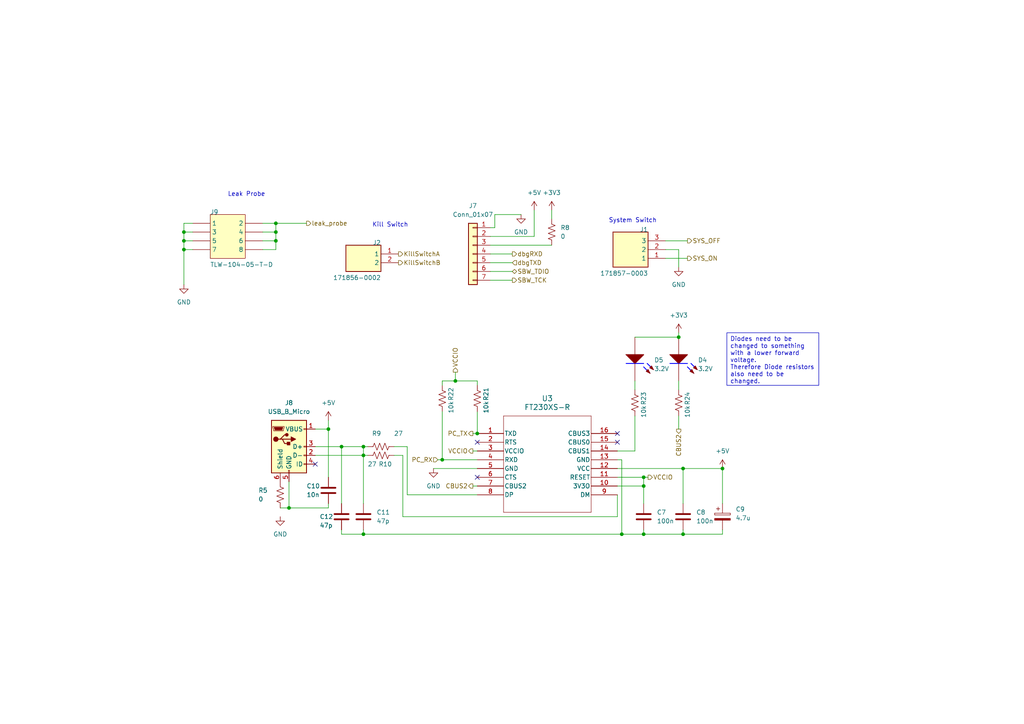
<source format=kicad_sch>
(kicad_sch (version 20230121) (generator eeschema)
  (paper "A4")
  (lib_symbols
    (symbol "Connector:USB_B_Micro" (pin_names (offset 1.016))
      (property "Reference" "J" (at -5.08 11.43 0))
      (property "Value" "USB_B_Micro" (at -5.08 8.89 0))
      (symbol "USB_B_Micro_0_1"
        (rectangle (start -5.08 -7.62) (end 5.08 7.62) (stroke (width 0.254)) (fill (type background)))
        (circle (center -3.81 2.159) (radius 0.635) (stroke (width 0.254)) (fill (type outline)))
        (circle (center -0.635 3.429) (radius 0.381) (stroke (width 0.254)) (fill (type outline)))
        (rectangle (start -0.127 -7.62) (end 0.127 -6.858))
        (polyline (pts (xy -1.905 2.159) (xy 0.635 2.159)) (stroke (width 0.254)))
        (polyline (pts (xy -3.175 2.159) (xy -2.54 2.159) (xy -1.27 3.429) (xy -0.635 3.429)) (stroke (width 0.254)))
        (polyline (pts (xy -2.54 2.159) (xy -1.905 2.159) (xy -1.27 0.889) (xy 0 0.889)) (stroke (width 0.254)))
        (polyline (pts (xy 0.635 2.794) (xy 0.635 1.524) (xy 1.905 2.159) (xy 0.635 2.794)) (stroke (width 0.254)) (fill (type outline)))
        (polyline (pts (xy -4.318 5.588) (xy -1.778 5.588) (xy -2.032 4.826) (xy -4.064 4.826) (xy -4.318 5.588)) (fill (type outline)))
        (polyline (pts (xy -4.699 5.842) (xy -4.699 5.588) (xy -4.445 4.826) (xy -4.445 4.572) (xy -1.651 4.572) (xy -1.651 4.826) (xy -1.397 5.588) (xy -1.397 5.842) (xy -4.699 5.842)))
        (rectangle (start 0.254 1.27) (end -0.508 0.508) (stroke (width 0.254)) (fill (type outline)))
        (rectangle (start 5.08 -5.207) (end 4.318 -4.953))
        (rectangle (start 5.08 -2.667) (end 4.318 -2.413))
        (rectangle (start 5.08 -0.127) (end 4.318 0.127))
        (rectangle (start 5.08 4.953) (end 4.318 5.207))
      )
      (symbol "USB_B_Micro_1_1"
        (pin power_out line (at 7.62 5.08 180) (length 2.54) (name "VBUS") (number "1"))
        (pin bidirectional line (at 7.62 -2.54 180) (length 2.54) (name "D-") (number "2"))
        (pin bidirectional line (at 7.62 0 180) (length 2.54) (name "D+") (number "3"))
        (pin passive line (at 7.62 -5.08 180) (length 2.54) (name "ID") (number "4"))
        (pin power_out line (at 0 -10.16 90) (length 2.54) (name "GND") (number "5"))
        (pin passive line (at -2.54 -10.16 90) (length 2.54) (name "Shield") (number "6"))
      )
    )
    (symbol "Connector_Generic:Conn_01x07" (pin_names (offset 1.016) hide)
      (property "Reference" "J" (at 0 10.16 0))
      (property "Value" "Conn_01x07" (at 0 -10.16 0))
      (symbol "Conn_01x07_1_1"
        (rectangle (start -1.27 -7.493) (end 0 -7.747) (stroke (width 0.1524)))
        (rectangle (start -1.27 -4.953) (end 0 -5.207) (stroke (width 0.1524)))
        (rectangle (start -1.27 -2.413) (end 0 -2.667) (stroke (width 0.1524)))
        (rectangle (start -1.27 0.127) (end 0 -0.127) (stroke (width 0.1524)))
        (rectangle (start -1.27 2.667) (end 0 2.413) (stroke (width 0.1524)))
        (rectangle (start -1.27 5.207) (end 0 4.953) (stroke (width 0.1524)))
        (rectangle (start -1.27 7.747) (end 0 7.493) (stroke (width 0.1524)))
        (rectangle (start -1.27 8.89) (end 1.27 -8.89) (stroke (width 0.254)) (fill (type background)))
        (pin passive line (at -5.08 7.62 0) (length 3.81) (name "Pin_1") (number "1"))
        (pin passive line (at -5.08 5.08 0) (length 3.81) (name "Pin_2") (number "2"))
        (pin passive line (at -5.08 2.54 0) (length 3.81) (name "Pin_3") (number "3"))
        (pin passive line (at -5.08 0 0) (length 3.81) (name "Pin_4") (number "4"))
        (pin passive line (at -5.08 -2.54 0) (length 3.81) (name "Pin_5") (number "5"))
        (pin passive line (at -5.08 -5.08 0) (length 3.81) (name "Pin_6") (number "6"))
        (pin passive line (at -5.08 -7.62 0) (length 3.81) (name "Pin_7") (number "7"))
      )
    )
    (symbol "Device:C" (pin_numbers hide) (pin_names (offset 0.254))
      (property "Reference" "C" (at 0.635 2.54 0))
      (property "Value" "C" (at 0.635 -2.54 0))
      (symbol "C_0_1"
        (polyline (pts (xy -2.032 -0.762) (xy 2.032 -0.762)) (stroke (width 0.508)))
        (polyline (pts (xy -2.032 0.762) (xy 2.032 0.762)) (stroke (width 0.508)))
      )
      (symbol "C_1_1"
        (pin passive line (at 0 3.81 270) (length 2.794) (name "~") (number "1"))
        (pin passive line (at 0 -3.81 90) (length 2.794) (name "~") (number "2"))
      )
    )
    (symbol "Device:C_Polarized" (pin_numbers hide) (pin_names (offset 0.254))
      (property "Reference" "C" (at 0.635 2.54 0))
      (property "Value" "C_Polarized" (at 0.635 -2.54 0))
      (symbol "C_Polarized_0_1"
        (rectangle (start -2.286 0.508) (end 2.286 1.016))
        (polyline (pts (xy -1.778 2.286) (xy -0.762 2.286)))
        (polyline (pts (xy -1.27 2.794) (xy -1.27 1.778)))
        (rectangle (start 2.286 -0.508) (end -2.286 -1.016) (fill (type outline)))
      )
      (symbol "C_Polarized_1_1"
        (pin passive line (at 0 3.81 270) (length 2.794) (name "~") (number "1"))
        (pin passive line (at 0 -3.81 90) (length 2.794) (name "~") (number "2"))
      )
    )
    (symbol "Device:R_US" (pin_numbers hide) (pin_names (offset 0))
      (property "Reference" "R" (at 2.54 0 90))
      (property "Value" "R_US" (at -2.54 0 90))
      (symbol "R_US_0_1"
        (polyline (pts (xy 0 -2.286) (xy 0 -2.54)))
        (polyline (pts (xy 0 2.286) (xy 0 2.54)))
        (polyline (pts (xy 0 -0.762) (xy 1.016 -1.143) (xy 0 -1.524) (xy -1.016 -1.905) (xy 0 -2.286)))
        (polyline (pts (xy 0 0.762) (xy 1.016 0.381) (xy 0 0) (xy -1.016 -0.381) (xy 0 -0.762)))
        (polyline (pts (xy 0 2.286) (xy 1.016 1.905) (xy 0 1.524) (xy -1.016 1.143) (xy 0 0.762)))
      )
      (symbol "R_US_1_1"
        (pin passive line (at 0 3.81 270) (length 1.27) (name "~") (number "1"))
        (pin passive line (at 0 -3.81 90) (length 1.27) (name "~") (number "2"))
      )
    )
    (symbol "MEB-altium-import:leak_sensor_0_Header 4X2"
      (symbol "leak_sensor_0_Header 4X2_1_0"
        (rectangle (start 10.16 0) (end 0 -12.7) (fill (type background)))
        (pin passive line (at -5.08 -2.54 0) (length 5.08) (name "1") (number "1"))
        (pin passive line (at 15.24 -2.54 180) (length 5.08) (name "2") (number "2"))
        (pin passive line (at -5.08 -5.08 0) (length 5.08) (name "3") (number "3"))
        (pin passive line (at 15.24 -5.08 180) (length 5.08) (name "4") (number "4"))
        (pin passive line (at -5.08 -7.62 0) (length 5.08) (name "5") (number "5"))
        (pin passive line (at 15.24 -7.62 180) (length 5.08) (name "6") (number "6"))
        (pin passive line (at -5.08 -10.16 0) (length 5.08) (name "7") (number "7"))
        (pin passive line (at 15.24 -10.16 180) (length 5.08) (name "8") (number "8"))
      )
    )
    (symbol "MEB-altium-import:root_3_WE-LED_K1A2-2"
      (symbol "root_3_WE-LED_K1A2-2_1_0"
        (polyline (pts (xy 2.54 -3.556) (xy 4.318 -5.334)) (stroke (width 0.254) (color 0 0 255 1)))
        (polyline (pts (xy 2.54 -2.54) (xy -2.54 -2.54)) (stroke (width 0.254) (color 0 0 255 1)))
        (polyline (pts (xy 3.556 -2.54) (xy 5.334 -4.318)) (stroke (width 0.254) (color 0 0 255 1)))
        (polyline (pts (xy -2.54 0) (xy 0 -2.54) (xy 2.54 0) (xy -2.54 0)) (stroke (width 0.254)) (fill (type outline)))
        (polyline (pts (xy 4.318 -5.334) (xy 3.81 -4.318) (xy 3.302 -4.826) (xy 4.318 -5.334)) (stroke (width 0.254)) (fill (type outline)))
        (polyline (pts (xy 5.334 -4.318) (xy 4.826 -3.302) (xy 4.318 -3.81) (xy 5.334 -4.318)) (stroke (width 0.254)) (fill (type outline)))
        (pin passive line (at 0 -7.62 90) (length 5.08) (name "K") (number "1"))
        (pin passive line (at 0 5.08 270) (length 5.08) (name "A") (number "2"))
      )
    )
    (symbol "MEB-altium-import:system_SSR_control_0_171856-0002"
      (symbol "system_SSR_control_0_171856-0002_1_0"
        (rectangle (start 15.24 2.54) (end 5.08 -5.08) (stroke (width 0.254)) (fill (type background)))
        (pin passive line (at 0 0 0) (length 5.08) (name "1") (number "1"))
        (pin passive line (at 0 -2.54 0) (length 5.08) (name "2") (number "2"))
      )
    )
    (symbol "MEB-altium-import:system_SSR_control_0_171857-0003"
      (symbol "system_SSR_control_0_171857-0003_1_0"
        (rectangle (start 15.24 2.54) (end 5.08 -7.62) (stroke (width 0.254)) (fill (type background)))
        (pin passive line (at 0 -5.08 0) (length 5.08) (name "1") (number "1"))
        (pin passive line (at 0 -2.54 0) (length 5.08) (name "2") (number "2"))
        (pin passive line (at 0 0 0) (length 5.08) (name "3") (number "3"))
      )
    )
    (symbol "SWLib:FT230XS-R" (pin_names (offset 0.254))
      (property "Reference" "U" (at 20.32 10.16 0))
      (property "Value" "FT230XS-R" (at 20.32 7.62 0))
      (symbol "FT230XS-R_0_1"
        (polyline (pts (xy 7.62 -22.86) (xy 33.02 -22.86)) (stroke (width 0.127)))
        (polyline (pts (xy 7.62 5.08) (xy 7.62 -22.86)) (stroke (width 0.127)))
        (polyline (pts (xy 33.02 -22.86) (xy 33.02 5.08)) (stroke (width 0.127)))
        (polyline (pts (xy 33.02 5.08) (xy 7.62 5.08)) (stroke (width 0.127)))
      )
      (symbol "FT230XS-R_1_1"
        (pin unspecified line (at 0 0 0) (length 7.62) (name "TXD") (number "1"))
        (pin output line (at 40.64 -15.24 180) (length 7.62) (name "3V3O") (number "10"))
        (pin unspecified line (at 40.64 -12.7 180) (length 7.62) (name "RESET") (number "11"))
        (pin power_in line (at 40.64 -10.16 180) (length 7.62) (name "VCC") (number "12"))
        (pin power_out line (at 40.64 -7.62 180) (length 7.62) (name "GND") (number "13"))
        (pin bidirectional line (at 40.64 -5.08 180) (length 7.62) (name "CBUS1") (number "14"))
        (pin bidirectional line (at 40.64 -2.54 180) (length 7.62) (name "CBUS0") (number "15"))
        (pin bidirectional line (at 40.64 0 180) (length 7.62) (name "CBUS3") (number "16"))
        (pin unspecified line (at 0 -2.54 0) (length 7.62) (name "RTS") (number "2"))
        (pin power_in line (at 0 -5.08 0) (length 7.62) (name "VCCIO") (number "3"))
        (pin unspecified line (at 0 -7.62 0) (length 7.62) (name "RXD") (number "4"))
        (pin power_out line (at 0 -10.16 0) (length 7.62) (name "GND") (number "5"))
        (pin unspecified line (at 0 -12.7 0) (length 7.62) (name "CTS") (number "6"))
        (pin bidirectional line (at 0 -15.24 0) (length 7.62) (name "CBUS2") (number "7"))
        (pin unspecified line (at 0 -17.78 0) (length 7.62) (name "DP") (number "8"))
        (pin unspecified line (at 40.64 -17.78 180) (length 7.62) (name "DM") (number "9"))
      )
    )
    (symbol "power:+3V3" (power) (pin_names (offset 0))
      (property "Value" "+3V3" (at 0 3.556 0))
      (symbol "+3V3_0_1"
        (polyline (pts (xy -0.762 1.27) (xy 0 2.54)))
        (polyline (pts (xy 0 0) (xy 0 2.54)))
        (polyline (pts (xy 0 2.54) (xy 0.762 1.27)))
      )
      (symbol "+3V3_1_1"
        (pin power_in line (at 0 0 90) (length 0) hide (name "+3V3") (number "1"))
      )
    )
    (symbol "power:+5V" (power) (pin_names (offset 0))
      (property "Value" "+5V" (at 0 3.556 0))
      (symbol "+5V_0_1"
        (polyline (pts (xy -0.762 1.27) (xy 0 2.54)))
        (polyline (pts (xy 0 0) (xy 0 2.54)))
        (polyline (pts (xy 0 2.54) (xy 0.762 1.27)))
      )
      (symbol "+5V_1_1"
        (pin power_in line (at 0 0 90) (length 0) hide (name "+5V") (number "1"))
      )
    )
    (symbol "power:GND" (power) (pin_names (offset 0))
      (property "Value" "GND" (at 0 -3.81 0))
      (symbol "GND_0_1"
        (polyline (pts (xy 0 0) (xy 0 -1.27) (xy 1.27 -1.27) (xy 0 -2.54) (xy -1.27 -1.27) (xy 0 -1.27)))
      )
      (symbol "GND_1_1"
        (pin power_in line (at 0 0 270) (length 0) hide (name "GND") (number "1"))
      )
    )
  )
  (junction (at 186.69 154.94))
  (junction (at 138.43 125.73))
  (junction (at 105.41 129.54))
  (junction (at 196.85 97.79))
  (junction (at 80.01 69.85))
  (junction (at 180.34 154.94))
  (junction (at 53.34 69.85))
  (junction (at 186.69 140.97))
  (junction (at 132.08 110.49))
  (junction (at 105.41 154.94))
  (junction (at 198.12 154.94))
  (junction (at 80.01 64.77))
  (junction (at 99.06 129.54))
  (junction (at 95.25 124.46))
  (junction (at 186.69 138.43))
  (junction (at 53.34 72.39))
  (junction (at 209.55 135.89))
  (junction (at 128.27 133.35))
  (junction (at 83.82 147.32))
  (junction (at 105.41 132.08))
  (junction (at 198.12 135.89))
  (junction (at 80.01 67.31))
  (junction (at 53.34 67.31))
  (no_connect (at 179.07 125.73))
  (no_connect (at 179.07 128.27))
  (no_connect (at 138.43 128.27))
  (no_connect (at 91.44 134.62))
  (no_connect (at 138.43 138.43))
  (wire (pts (xy 196.85 77.47) (xy 196.85 72.39)))
  (wire (pts (xy 105.41 129.54) (xy 99.06 129.54)))
  (wire (pts (xy 53.34 69.85) (xy 55.88 69.85)))
  (wire (pts (xy 142.24 78.74) (xy 148.59 78.74)))
  (wire (pts (xy 114.3 132.08) (xy 116.84 132.08)))
  (wire (pts (xy 53.34 72.39) (xy 53.34 82.55)))
  (wire (pts (xy 186.69 138.43) (xy 179.07 138.43)))
  (wire (pts (xy 80.01 64.77) (xy 88.9 64.77)))
  (wire (pts (xy 142.24 73.66) (xy 148.59 73.66)))
  (wire (pts (xy 209.55 153.67) (xy 209.55 154.94)))
  (wire (pts (xy 53.34 69.85) (xy 53.34 72.39)))
  (wire (pts (xy 83.82 139.7) (xy 83.82 147.32)))
  (wire (pts (xy 142.24 71.12) (xy 160.02 71.12)))
  (wire (pts (xy 138.43 110.49) (xy 138.43 111.76)))
  (wire (pts (xy 99.06 129.54) (xy 91.44 129.54)))
  (wire (pts (xy 196.85 72.39) (xy 193.04 72.39)))
  (wire (pts (xy 186.69 154.94) (xy 198.12 154.94)))
  (wire (pts (xy 180.34 154.94) (xy 186.69 154.94)))
  (wire (pts (xy 80.01 69.85) (xy 76.2 69.85)))
  (wire (pts (xy 142.24 81.28) (xy 148.59 81.28)))
  (wire (pts (xy 209.55 135.89) (xy 198.12 135.89)))
  (wire (pts (xy 105.41 132.08) (xy 91.44 132.08)))
  (wire (pts (xy 180.34 133.35) (xy 179.07 133.35)))
  (wire (pts (xy 80.01 72.39) (xy 80.01 69.85)))
  (wire (pts (xy 95.25 121.92) (xy 95.25 124.46)))
  (wire (pts (xy 99.06 146.05) (xy 99.06 129.54)))
  (wire (pts (xy 83.82 147.32) (xy 95.25 147.32)))
  (wire (pts (xy 186.69 153.67) (xy 186.69 154.94)))
  (wire (pts (xy 132.08 107.95) (xy 132.08 110.49)))
  (wire (pts (xy 180.34 133.35) (xy 180.34 154.94)))
  (wire (pts (xy 184.15 120.65) (xy 184.15 130.81)))
  (wire (pts (xy 53.34 67.31) (xy 55.88 67.31)))
  (wire (pts (xy 196.85 124.46) (xy 196.85 120.65)))
  (wire (pts (xy 198.12 135.89) (xy 198.12 146.05)))
  (wire (pts (xy 91.44 124.46) (xy 95.25 124.46)))
  (wire (pts (xy 116.84 132.08) (xy 116.84 149.86)))
  (wire (pts (xy 142.24 68.58) (xy 154.94 68.58)))
  (wire (pts (xy 209.55 146.05) (xy 209.55 135.89)))
  (wire (pts (xy 179.07 135.89) (xy 198.12 135.89)))
  (wire (pts (xy 196.85 110.49) (xy 196.85 113.03)))
  (wire (pts (xy 138.43 119.38) (xy 138.43 125.73)))
  (wire (pts (xy 80.01 69.85) (xy 80.01 67.31)))
  (wire (pts (xy 53.34 64.77) (xy 53.34 67.31)))
  (wire (pts (xy 128.27 133.35) (xy 138.43 133.35)))
  (wire (pts (xy 80.01 67.31) (xy 80.01 64.77)))
  (wire (pts (xy 53.34 64.77) (xy 55.88 64.77)))
  (wire (pts (xy 193.04 69.85) (xy 199.39 69.85)))
  (wire (pts (xy 125.73 135.89) (xy 138.43 135.89)))
  (wire (pts (xy 105.41 153.67) (xy 105.41 154.94)))
  (wire (pts (xy 116.84 149.86) (xy 179.07 149.86)))
  (wire (pts (xy 198.12 153.67) (xy 198.12 154.94)))
  (wire (pts (xy 143.51 62.23) (xy 151.13 62.23)))
  (wire (pts (xy 118.11 143.51) (xy 118.11 129.54)))
  (wire (pts (xy 105.41 154.94) (xy 180.34 154.94)))
  (wire (pts (xy 53.34 72.39) (xy 55.88 72.39)))
  (wire (pts (xy 106.68 129.54) (xy 105.41 129.54)))
  (wire (pts (xy 184.15 97.79) (xy 196.85 97.79)))
  (wire (pts (xy 179.07 149.86) (xy 179.07 143.51)))
  (wire (pts (xy 184.15 130.81) (xy 179.07 130.81)))
  (wire (pts (xy 127 133.35) (xy 128.27 133.35)))
  (wire (pts (xy 118.11 129.54) (xy 114.3 129.54)))
  (wire (pts (xy 81.28 147.32) (xy 83.82 147.32)))
  (wire (pts (xy 128.27 110.49) (xy 128.27 111.76)))
  (wire (pts (xy 160.02 60.96) (xy 160.02 63.5)))
  (wire (pts (xy 137.16 140.97) (xy 138.43 140.97)))
  (wire (pts (xy 137.16 130.81) (xy 138.43 130.81)))
  (wire (pts (xy 186.69 138.43) (xy 187.96 138.43)))
  (wire (pts (xy 105.41 129.54) (xy 105.41 132.08)))
  (wire (pts (xy 105.41 146.05) (xy 105.41 132.08)))
  (wire (pts (xy 53.34 67.31) (xy 53.34 69.85)))
  (wire (pts (xy 184.15 110.49) (xy 184.15 113.03)))
  (wire (pts (xy 95.25 124.46) (xy 95.25 138.43)))
  (wire (pts (xy 142.24 76.2) (xy 148.59 76.2)))
  (wire (pts (xy 128.27 110.49) (xy 132.08 110.49)))
  (wire (pts (xy 179.07 140.97) (xy 186.69 140.97)))
  (wire (pts (xy 106.68 132.08) (xy 105.41 132.08)))
  (wire (pts (xy 80.01 64.77) (xy 76.2 64.77)))
  (wire (pts (xy 143.51 66.04) (xy 142.24 66.04)))
  (wire (pts (xy 138.43 110.49) (xy 132.08 110.49)))
  (wire (pts (xy 99.06 154.94) (xy 105.41 154.94)))
  (wire (pts (xy 138.43 143.51) (xy 118.11 143.51)))
  (wire (pts (xy 196.85 96.52) (xy 196.85 97.79)))
  (wire (pts (xy 143.51 62.23) (xy 143.51 66.04)))
  (wire (pts (xy 95.25 146.05) (xy 95.25 147.32)))
  (wire (pts (xy 99.06 154.94) (xy 99.06 153.67)))
  (wire (pts (xy 186.69 140.97) (xy 186.69 146.05)))
  (wire (pts (xy 193.04 74.93) (xy 199.39 74.93)))
  (wire (pts (xy 128.27 119.38) (xy 128.27 133.35)))
  (wire (pts (xy 80.01 67.31) (xy 76.2 67.31)))
  (wire (pts (xy 137.16 125.73) (xy 138.43 125.73)))
  (wire (pts (xy 80.01 72.39) (xy 76.2 72.39)))
  (wire (pts (xy 186.69 140.97) (xy 186.69 138.43)))
  (wire (pts (xy 198.12 154.94) (xy 209.55 154.94)))
  (wire (pts (xy 154.94 60.96) (xy 154.94 68.58)))
  (text_box "Diodes need to be changed to something with a lower forward voltage.\nTherefore Diode resistors also need to be changed.\n" (at 210.82 96.52 0) (size 26.67 15.24) (effects (font (size 1.27 1.27)) (justify left top)))
  (text "Kill Switch" (at 107.95 66.04 0) (effects (font (size 1.27 1.27)) (justify left bottom)))
  (text "Leak Probe" (at 66.04 57.15 0) (effects (font (size 1.27 1.27)) (justify left bottom)))
  (text "System Switch" (at 176.53 64.77 0) (effects (font (size 1.27 1.27)) (justify left bottom)))
  (hierarchical_label "SBW_TCK" (shape output) (at 148.59 81.28 0))
  (hierarchical_label "SYS_ON" (shape output) (at 199.39 74.93 0))
  (hierarchical_label "KillSwitchB" (shape output) (at 115.57 76.2 0))
  (hierarchical_label "CBUS2" (shape output) (at 137.16 140.97 180))
  (hierarchical_label "VCCIO" (shape output) (at 187.96 138.43 0))
  (hierarchical_label "PC_RX" (shape input) (at 127 133.35 180))
  (hierarchical_label "leak_probe" (shape output) (at 88.9 64.77 0))
  (hierarchical_label "CBUS2" (shape output) (at 196.85 124.46 270))
  (hierarchical_label "dbgTXD" (shape input) (at 148.59 76.2 0))
  (hierarchical_label "SBW_TDIO" (shape bidirectional) (at 148.59 78.74 0))
  (hierarchical_label "SYS_OFF" (shape output) (at 199.39 69.85 0))
  (hierarchical_label "VCCIO" (shape output) (at 132.08 107.95 90))
  (hierarchical_label "dbgRXD" (shape output) (at 148.59 73.66 0))
  (hierarchical_label "PC_TX" (shape output) (at 137.16 125.73 180))
  (hierarchical_label "VCCIO" (shape output) (at 137.16 130.81 180))
  (hierarchical_label "KillSwitchA" (shape output) (at 115.57 73.66 0))
  (symbol (lib_id "power:GND") (at 125.73 135.89 0) (unit 1)
    (property "Reference" "#PWR02" (effects hide))
    (property "Value" "GND" (at 125.73 140.97 0))
  )
  (symbol (lib_id "SWLib:FT230XS-R") (at 138.43 125.73 0) (unit 1)
    (property "Reference" "U3" (at 158.75 115.57 0) (effects (font (size 1.524 1.524))))
    (property "Value" "FT230XS-R" (at 158.75 118.11 0) (effects (font (size 1.524 1.524))))
    (property "Footprint" "SWLib:SOIC_30XS-R_FTD" (effects hide))
    (property "Datasheet" "FT230XS-R" (effects hide))
  )
  (symbol (lib_id "power:+3V3") (at 196.85 96.52 0) (unit 1)
    (property "Reference" "#PWR025" (effects hide))
    (property "Value" "+3V3" (at 196.85 91.44 0))
  )
  (symbol (lib_id "MEB-altium-import:leak_sensor_0_Header 4X2") (at 60.96 62.23 0) (unit 1)
    (property "Reference" "J9" (at 60.96 62.23 0) (effects (justify left bottom)))
    (property "Value" "TLW-104-05-T-D" (at 60.96 77.47 0) (effects (justify left bottom)))
    (property "Footprint" "AltiumImport:HDR2X4" (effects hide))
    (property "Part Number" "TLW-104-05-T-D" (effects hide))
  )
  (symbol (lib_id "Device:C_Polarized") (at 209.55 149.86 0) (unit 1)
    (property "Reference" "C9" (at 213.36 147.701 0) (effects (justify left)))
    (property "Value" "4.7u" (at 213.36 150.241 0) (effects (justify left)))
  )
  (symbol (lib_id "MEB-altium-import:root_3_WE-LED_K1A2-2") (at 184.15 102.87 0) (unit 1)
    (property "Reference" "D5" (at 189.738 105.156 0) (effects (justify left bottom)))
    (property "Value" "3.2V" (at 189.738 107.696 0) (effects (justify left bottom)))
    (property "Footprint" "AltiumImport:0805_A" (effects hide))
    (property "Part Number" "150080BS75000" (effects hide))
  )
  (symbol (lib_id "power:+5V") (at 95.25 121.92 0) (unit 1)
    (property "Reference" "#PWR024" (effects hide))
    (property "Value" "+5V" (at 95.25 116.84 0))
  )
  (symbol (lib_id "Device:C") (at 95.25 142.24 0) (unit 1)
    (property "Reference" "C10" (at 88.9 140.97 0) (effects (justify left)))
    (property "Value" "10n" (at 88.9 143.51 0) (effects (justify left)))
  )
  (symbol (lib_id "power:+3V3") (at 160.02 60.96 0) (unit 1)
    (property "Reference" "#PWR014" (effects hide))
    (property "Value" "+3V3" (at 160.02 55.88 0))
  )
  (symbol (lib_id "Device:C") (at 99.06 149.86 0) (unit 1)
    (property "Reference" "C12" (at 92.71 149.86 0) (effects (justify left)))
    (property "Value" "47p" (at 92.71 152.4 0) (effects (justify left)))
  )
  (symbol (lib_id "Device:C") (at 198.12 149.86 0) (unit 1)
    (property "Reference" "C8" (at 201.93 148.59 0) (effects (justify left)))
    (property "Value" "100n" (at 201.93 151.13 0) (effects (justify left)))
  )
  (symbol (lib_id "Device:R_US") (at 138.43 115.57 180) (unit 1)
    (property "Reference" "R21" (at 140.97 114.3 90))
    (property "Value" "10k" (at 140.97 118.11 90))
  )
  (symbol (lib_id "Device:R_US") (at 196.85 116.84 180) (unit 1)
    (property "Reference" "R24" (at 199.39 115.57 90))
    (property "Value" "10k" (at 199.39 119.38 90))
  )
  (symbol (lib_id "Device:R_US") (at 128.27 115.57 180) (unit 1)
    (property "Reference" "R22" (at 130.81 114.3 90))
    (property "Value" "10k" (at 130.81 118.11 90))
  )
  (symbol (lib_id "power:GND") (at 81.28 149.86 0) (unit 1)
    (property "Reference" "#PWR012" (effects hide))
    (property "Value" "GND" (at 81.28 154.94 0))
  )
  (symbol (lib_id "Connector_Generic:Conn_01x07") (at 137.16 73.66 0) (mirror y) (unit 1)
    (property "Reference" "J7" (at 137.16 59.69 0))
    (property "Value" "Conn_01x07" (at 137.16 62.23 0))
  )
  (symbol (lib_id "power:+5V") (at 209.55 135.89 0) (unit 1)
    (property "Reference" "#PWR016" (effects hide))
    (property "Value" "+5V" (at 209.55 130.81 0))
  )
  (symbol (lib_id "Device:R_US") (at 110.49 129.54 90) (unit 1)
    (property "Reference" "R9" (at 109.22 125.73 90))
    (property "Value" "27" (at 115.57 125.73 90))
  )
  (symbol (lib_id "Device:R_US") (at 110.49 132.08 90) (unit 1)
    (property "Reference" "R10" (at 111.76 134.62 90))
    (property "Value" "27" (at 107.95 134.62 90))
  )
  (symbol (lib_id "MEB-altium-import:root_3_WE-LED_K1A2-2") (at 196.85 102.87 0) (unit 1)
    (property "Reference" "D4" (at 202.438 105.156 0) (effects (justify left bottom)))
    (property "Value" "3.2V" (at 202.438 107.696 0) (effects (justify left bottom)))
    (property "Footprint" "AltiumImport:0805_A" (effects hide))
    (property "Part Number" "150080BS75000" (effects hide))
  )
  (symbol (lib_id "Device:R_US") (at 184.15 116.84 180) (unit 1)
    (property "Reference" "R23" (at 186.69 115.57 90))
    (property "Value" "10k" (at 186.69 119.38 90))
  )
  (symbol (lib_id "Device:R_US") (at 81.28 143.51 0) (unit 1)
    (property "Reference" "R5" (at 74.93 142.24 0) (effects (justify left)))
    (property "Value" "0" (at 74.93 144.78 0) (effects (justify left)))
  )
  (symbol (lib_id "power:+5V") (at 154.94 60.96 0) (unit 1)
    (property "Reference" "#PWR013" (effects hide))
    (property "Value" "+5V" (at 154.94 55.88 0))
  )
  (symbol (lib_id "MEB-altium-import:system_SSR_control_0_171856-0002") (at 115.57 73.66 0) (mirror y) (unit 1)
    (property "Reference" "J2" (at 110.49 71.12 0) (effects (justify left bottom)))
    (property "Value" "171856-0002" (at 110.49 81.28 0) (effects (justify left bottom)))
    (property "Footprint" "AltiumImport:SHDR2W99P0X254_1X2_493X635X818P" (effects hide))
    (property "Part Number" "171856-0002" (effects hide))
  )
  (symbol (lib_id "Device:C") (at 186.69 149.86 0) (unit 1)
    (property "Reference" "C7" (at 190.5 148.59 0) (effects (justify left)))
    (property "Value" "100n" (at 190.5 151.13 0) (effects (justify left)))
  )
  (symbol (lib_id "power:GND") (at 53.34 82.55 0) (unit 1)
    (property "Reference" "#PWR030" (effects hide))
    (property "Value" "GND" (at 53.34 87.63 0))
  )
  (symbol (lib_id "MEB-altium-import:system_SSR_control_0_171857-0003") (at 193.04 69.85 0) (mirror y) (unit 1)
    (property "Reference" "J1" (at 187.96 67.31 0) (effects (justify left bottom)))
    (property "Value" "171857-0003" (at 187.96 80.01 0) (effects (justify left bottom)))
    (property "Footprint" "AltiumImport:171857-0003" (effects hide))
    (property "Part Number" "171857-0003" (effects hide))
  )
  (symbol (lib_id "Device:C") (at 105.41 149.86 0) (unit 1)
    (property "Reference" "C11" (at 109.22 148.59 0) (effects (justify left)))
    (property "Value" "47p" (at 109.22 151.13 0) (effects (justify left)))
  )
  (symbol (lib_id "Device:R_US") (at 160.02 67.31 0) (unit 1)
    (property "Reference" "R8" (at 162.56 66.04 0) (effects (justify left)))
    (property "Value" "0" (at 162.56 68.58 0) (effects (justify left)))
  )
  (symbol (lib_id "power:GND") (at 151.13 62.23 0) (unit 1)
    (property "Reference" "#PWR04" (effects hide))
    (property "Value" "GND" (at 151.13 67.31 0))
  )
  (symbol (lib_id "Connector:USB_B_Micro") (at 83.82 129.54 0) (unit 1)
    (property "Reference" "J8" (at 83.82 116.84 0))
    (property "Value" "USB_B_Micro" (at 83.82 119.38 0))
    (property "Footprint" "Connector_USB:USB_Micro-B_GCT_USB3076-30-A" (effects hide))
  )
  (symbol (lib_id "power:GND") (at 196.85 77.47 0) (unit 1)
    (property "Reference" "#PWR03" (effects hide))
    (property "Value" "GND" (at 196.85 82.55 0))
  )
)
</source>
